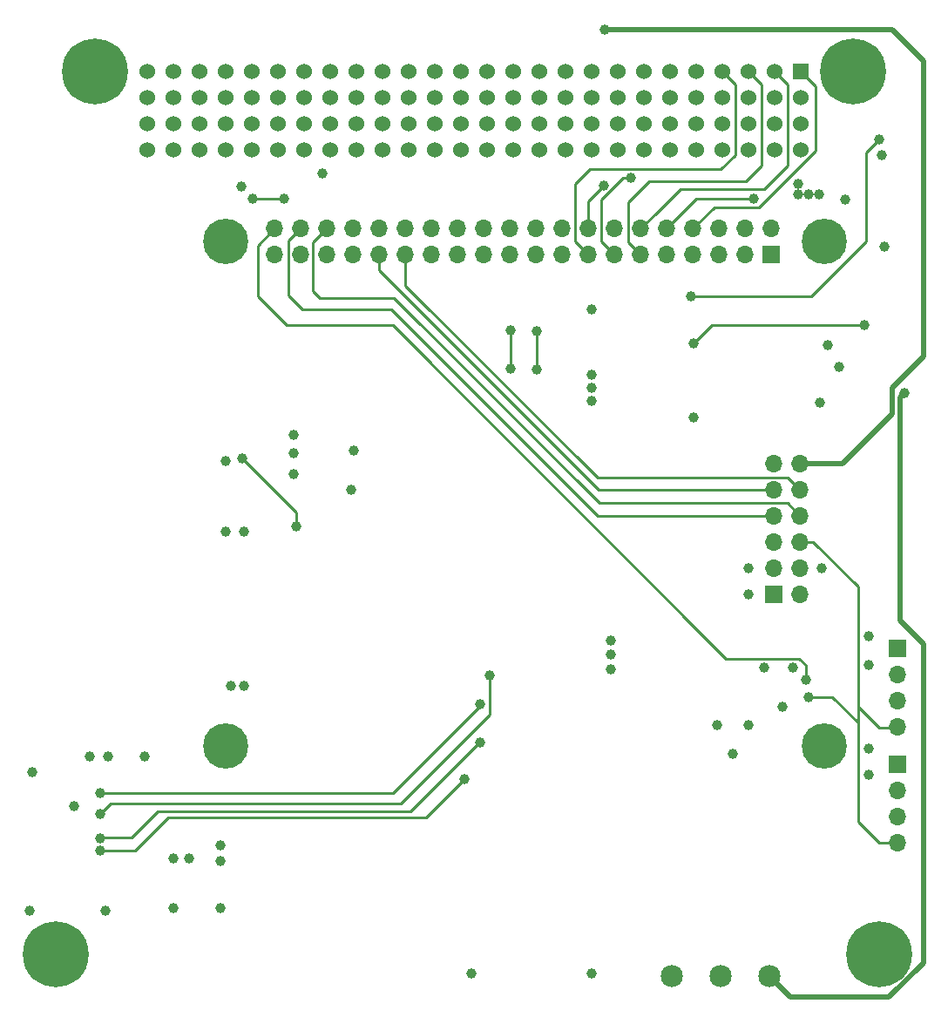
<source format=gbl>
G04 #@! TF.GenerationSoftware,KiCad,Pcbnew,(6.0.7)*
G04 #@! TF.CreationDate,2022-12-20T16:10:49-05:00*
G04 #@! TF.ProjectId,obc-db,6f62632d-6462-42e6-9b69-6361645f7063,rev?*
G04 #@! TF.SameCoordinates,Original*
G04 #@! TF.FileFunction,Copper,L4,Bot*
G04 #@! TF.FilePolarity,Positive*
%FSLAX46Y46*%
G04 Gerber Fmt 4.6, Leading zero omitted, Abs format (unit mm)*
G04 Created by KiCad (PCBNEW (6.0.7)) date 2022-12-20 16:10:49*
%MOMM*%
%LPD*%
G01*
G04 APERTURE LIST*
G04 #@! TA.AperFunction,ConnectorPad*
%ADD10C,6.400000*%
G04 #@! TD*
G04 #@! TA.AperFunction,ComponentPad*
%ADD11C,3.600000*%
G04 #@! TD*
G04 #@! TA.AperFunction,ComponentPad*
%ADD12C,2.600000*%
G04 #@! TD*
G04 #@! TA.AperFunction,ConnectorPad*
%ADD13C,4.400000*%
G04 #@! TD*
G04 #@! TA.AperFunction,ComponentPad*
%ADD14R,1.700000X1.700000*%
G04 #@! TD*
G04 #@! TA.AperFunction,ComponentPad*
%ADD15O,1.700000X1.700000*%
G04 #@! TD*
G04 #@! TA.AperFunction,ComponentPad*
%ADD16C,2.159000*%
G04 #@! TD*
G04 #@! TA.AperFunction,ComponentPad*
%ADD17R,1.524000X1.524000*%
G04 #@! TD*
G04 #@! TA.AperFunction,ComponentPad*
%ADD18C,1.524000*%
G04 #@! TD*
G04 #@! TA.AperFunction,ViaPad*
%ADD19C,1.000000*%
G04 #@! TD*
G04 #@! TA.AperFunction,Conductor*
%ADD20C,0.254000*%
G04 #@! TD*
G04 #@! TA.AperFunction,Conductor*
%ADD21C,0.508000*%
G04 #@! TD*
G04 APERTURE END LIST*
D10*
X191770000Y-52070000D03*
D11*
X191770000Y-52070000D03*
X118110000Y-52070000D03*
D10*
X118110000Y-52070000D03*
D12*
X188976000Y-117602000D03*
D13*
X188976000Y-117602000D03*
D14*
X196088000Y-108077000D03*
D15*
X196088000Y-110617000D03*
X196088000Y-113157000D03*
X196088000Y-115697000D03*
D16*
X183642000Y-139954000D03*
X178891999Y-139954000D03*
X174141999Y-139954000D03*
D10*
X114300000Y-137795000D03*
D11*
X114300000Y-137795000D03*
D14*
X183866000Y-69870000D03*
D15*
X183866000Y-67330000D03*
X181326000Y-69870000D03*
X181326000Y-67330000D03*
X178786000Y-69870000D03*
X178786000Y-67330000D03*
X176246000Y-69870000D03*
X176246000Y-67330000D03*
X173706000Y-69870000D03*
X173706000Y-67330000D03*
X171166000Y-69870000D03*
X171166000Y-67330000D03*
X168626000Y-69870000D03*
X168626000Y-67330000D03*
X166086000Y-69870000D03*
X166086000Y-67330000D03*
X163546000Y-69870000D03*
X163546000Y-67330000D03*
X161006000Y-69870000D03*
X161006000Y-67330000D03*
X158466000Y-69870000D03*
X158466000Y-67330000D03*
X155926000Y-69870000D03*
X155926000Y-67330000D03*
X153386000Y-69870000D03*
X153386000Y-67330000D03*
X150846000Y-69870000D03*
X150846000Y-67330000D03*
X148306000Y-69870000D03*
X148306000Y-67330000D03*
X145766000Y-69870000D03*
X145766000Y-67330000D03*
X143226000Y-69870000D03*
X143226000Y-67330000D03*
X140686000Y-69870000D03*
X140686000Y-67330000D03*
X138146000Y-69870000D03*
X138146000Y-67330000D03*
X135606000Y-69870000D03*
X135606000Y-67330000D03*
D14*
X184113000Y-102845000D03*
D15*
X186653000Y-102845000D03*
X184113000Y-100305000D03*
X186653000Y-100305000D03*
X184113000Y-97765000D03*
X186653000Y-97765000D03*
X184113000Y-95225000D03*
X186653000Y-95225000D03*
X184113000Y-92685000D03*
X186653000Y-92685000D03*
X184113000Y-90145000D03*
X186653000Y-90145000D03*
D12*
X130810000Y-68580000D03*
D13*
X130810000Y-68580000D03*
D12*
X130810000Y-117602000D03*
D13*
X130810000Y-117602000D03*
D17*
X186690000Y-52070000D03*
D18*
X186690000Y-54610000D03*
X184150000Y-52070000D03*
X184150000Y-54610000D03*
X181610000Y-52070000D03*
X181610000Y-54610000D03*
X179070000Y-52070000D03*
X179070000Y-54610000D03*
X176530000Y-52070000D03*
X176530000Y-54610000D03*
X173990000Y-52070000D03*
X173990000Y-54610000D03*
X171450000Y-52070000D03*
X171450000Y-54610000D03*
X168910000Y-52070000D03*
X168910000Y-54610000D03*
X166370000Y-52070000D03*
X166370000Y-54610000D03*
X163830000Y-52070000D03*
X163830000Y-54610000D03*
X161290000Y-52070000D03*
X161290000Y-54610000D03*
X158750000Y-52070000D03*
X158750000Y-54610000D03*
X156210000Y-52070000D03*
X156210000Y-54610000D03*
X153670000Y-52070000D03*
X153670000Y-54610000D03*
X151130000Y-52070000D03*
X151130000Y-54610000D03*
X148590000Y-52070000D03*
X148590000Y-54610000D03*
X146050000Y-52070000D03*
X146050000Y-54610000D03*
X143510000Y-52070000D03*
X143510000Y-54610000D03*
X140970000Y-52070000D03*
X140970000Y-54610000D03*
X138430000Y-52070000D03*
X138430000Y-54610000D03*
X135890000Y-52070000D03*
X135890000Y-54610000D03*
X133350000Y-52070000D03*
X133350000Y-54610000D03*
X130810000Y-52070000D03*
X130810000Y-54610000D03*
X128270000Y-52070000D03*
X128270000Y-54610000D03*
X125730000Y-52070000D03*
X125730000Y-54610000D03*
X123190000Y-52070000D03*
X123190000Y-54610000D03*
X186690000Y-57150000D03*
X186690000Y-59690000D03*
X184150000Y-57150000D03*
X184150000Y-59690000D03*
X181610000Y-57150000D03*
X181610000Y-59690000D03*
X179070000Y-57150000D03*
X179070000Y-59690000D03*
X176530000Y-57150000D03*
X176530000Y-59690000D03*
X173990000Y-57150000D03*
X173990000Y-59690000D03*
X171450000Y-57150000D03*
X171450000Y-59690000D03*
X168910000Y-57150000D03*
X168910000Y-59690000D03*
X166370000Y-57150000D03*
X166370000Y-59690000D03*
X163830000Y-57150000D03*
X163830000Y-59690000D03*
X161290000Y-57150000D03*
X161290000Y-59690000D03*
X158750000Y-57150000D03*
X158750000Y-59690000D03*
X156210000Y-57150000D03*
X156210000Y-59690000D03*
X153670000Y-57150000D03*
X153670000Y-59690000D03*
X151130000Y-57150000D03*
X151130000Y-59690000D03*
X148590000Y-57150000D03*
X148590000Y-59690000D03*
X146050000Y-57150000D03*
X146050000Y-59690000D03*
X143510000Y-57150000D03*
X143510000Y-59690000D03*
X140970000Y-57150000D03*
X140970000Y-59690000D03*
X138430000Y-57150000D03*
X138430000Y-59690000D03*
X135890000Y-57150000D03*
X135890000Y-59690000D03*
X133350000Y-57150000D03*
X133350000Y-59690000D03*
X130810000Y-57150000D03*
X130810000Y-59690000D03*
X128270000Y-57150000D03*
X128270000Y-59690000D03*
X125730000Y-57150000D03*
X125730000Y-59690000D03*
X123190000Y-57150000D03*
X123190000Y-59690000D03*
D12*
X188976000Y-68580000D03*
D13*
X188976000Y-68580000D03*
D11*
X194310000Y-137795000D03*
D10*
X194310000Y-137795000D03*
D14*
X196088000Y-119380000D03*
D15*
X196088000Y-121920000D03*
X196088000Y-124460000D03*
X196088000Y-127000000D03*
D19*
X182118000Y-64451500D03*
X167563576Y-63169576D03*
X170180000Y-62420000D03*
X167640000Y-48006000D03*
X133477000Y-64451500D03*
X132461000Y-89662000D03*
X187452000Y-112836150D03*
X136525000Y-64451500D03*
X137732500Y-96273362D03*
X193294000Y-109728000D03*
X116078000Y-123444000D03*
X193294000Y-120396000D03*
X143256000Y-88900000D03*
X168275000Y-107315000D03*
X130810000Y-89916000D03*
X119126000Y-133604000D03*
X130302000Y-133350000D03*
X189357000Y-78613000D03*
X112014000Y-120142000D03*
X188722000Y-100330000D03*
X185928000Y-109982000D03*
X125730000Y-128524000D03*
X194818000Y-69088000D03*
X188595000Y-84201000D03*
X117602000Y-118618000D03*
X183134000Y-109982000D03*
X130810000Y-96774000D03*
X132588000Y-96774000D03*
X111760000Y-133604000D03*
X168275000Y-110109000D03*
X191008000Y-64516000D03*
X194564000Y-60198000D03*
X125730000Y-133350000D03*
X181610000Y-100330000D03*
X168275000Y-108712000D03*
X119380000Y-118618000D03*
X180086000Y-118364000D03*
X127254000Y-128524000D03*
X166370000Y-139700000D03*
X137414000Y-91186000D03*
X176276000Y-85661000D03*
X166370000Y-75184000D03*
X181610000Y-115570000D03*
X190474500Y-80772000D03*
X122936000Y-118618000D03*
X166370000Y-81534000D03*
X184912000Y-113792000D03*
X186436000Y-62992000D03*
X193294000Y-106934000D03*
X186436000Y-64008000D03*
X130302000Y-127254000D03*
X137414000Y-87376000D03*
X130302000Y-128778000D03*
X178562000Y-115570000D03*
X131318000Y-111760000D03*
X140208000Y-61976000D03*
X143002000Y-92710000D03*
X181610000Y-102870000D03*
X137414000Y-89154000D03*
X132588000Y-111760000D03*
X132334000Y-63246000D03*
X166370000Y-82804000D03*
X188468000Y-64008000D03*
X154686000Y-139700000D03*
X166370000Y-84074000D03*
X193294000Y-117856000D03*
X187452000Y-64008000D03*
X196810773Y-83272773D03*
X161036000Y-77280500D03*
X161036000Y-81026500D03*
X155575000Y-117221000D03*
X118618000Y-126562497D03*
X158496000Y-80899000D03*
X155575000Y-113538000D03*
X118618000Y-122174000D03*
X158496000Y-77216000D03*
X156464000Y-110744000D03*
X118618000Y-124206000D03*
X118618000Y-127762000D03*
X154051000Y-120777000D03*
X187198000Y-111183150D03*
X176276000Y-78486000D03*
X192913000Y-76708000D03*
X194310000Y-58674000D03*
X176022000Y-73914000D03*
D20*
X188112517Y-53492517D02*
X186690000Y-52070000D01*
X187125000Y-60779000D02*
X187141079Y-60779000D01*
X176246000Y-67330000D02*
X178298000Y-65278000D01*
X188112517Y-59807562D02*
X188112517Y-53492517D01*
X178298000Y-65278000D02*
X182626000Y-65278000D01*
X182626000Y-65278000D02*
X187125000Y-60779000D01*
X187141079Y-60779000D02*
X188112517Y-59807562D01*
X182118000Y-64451500D02*
X176584500Y-64451500D01*
X176584500Y-64451500D02*
X173706000Y-67330000D01*
X172720000Y-65786000D02*
X175006000Y-63500000D01*
X185420000Y-61214000D02*
X185420000Y-53340000D01*
X175006000Y-63500000D02*
X183134000Y-63500000D01*
X183134000Y-63500000D02*
X185420000Y-61214000D01*
X172710000Y-65786000D02*
X172720000Y-65786000D01*
X185420000Y-53340000D02*
X184150000Y-52070000D01*
X171166000Y-67330000D02*
X172710000Y-65786000D01*
X167563576Y-63169576D02*
X166086000Y-64647152D01*
X166086000Y-64647152D02*
X166086000Y-67330000D01*
X169926000Y-68630000D02*
X171166000Y-69870000D01*
X171958000Y-62738000D02*
X169926000Y-64770000D01*
X181356000Y-62738000D02*
X171958000Y-62738000D01*
X181610000Y-52070000D02*
X182880000Y-53340000D01*
X182880000Y-53340000D02*
X182880000Y-61214000D01*
X169926000Y-64770000D02*
X169926000Y-68630000D01*
X182880000Y-61214000D02*
X181356000Y-62738000D01*
X169482000Y-62420000D02*
X167354550Y-64547450D01*
X170180000Y-62420000D02*
X169482000Y-62420000D01*
X168626000Y-69870000D02*
X167354550Y-68598550D01*
X167354550Y-68598550D02*
X167354550Y-64547450D01*
X179070000Y-52070000D02*
X180340000Y-53340000D01*
X180340000Y-60198000D02*
X178945000Y-61593000D01*
X164814550Y-68598550D02*
X166086000Y-69870000D01*
X180340000Y-53340000D02*
X180340000Y-60198000D01*
X166245000Y-61593000D02*
X164814550Y-63023450D01*
X164814550Y-63023450D02*
X164814550Y-68598550D01*
X178945000Y-61593000D02*
X166245000Y-61593000D01*
D21*
X195580000Y-48006000D02*
X198628000Y-51054000D01*
X195580000Y-82804000D02*
X195580000Y-85344000D01*
X198628000Y-51054000D02*
X198628000Y-79756000D01*
X167640000Y-48006000D02*
X195580000Y-48006000D01*
X198628000Y-79756000D02*
X195580000Y-82804000D01*
X190779000Y-90145000D02*
X186653000Y-90145000D01*
X195580000Y-85344000D02*
X190779000Y-90145000D01*
D20*
X192278000Y-113792000D02*
X192278000Y-115316000D01*
X194310000Y-115824000D02*
X196088000Y-115824000D01*
X192278000Y-124968000D02*
X194310000Y-127000000D01*
X187452000Y-112836150D02*
X189798150Y-112836150D01*
X186653000Y-97765000D02*
X187935000Y-97765000D01*
X192278000Y-115316000D02*
X192278000Y-124968000D01*
X136525000Y-64451500D02*
X133477000Y-64451500D01*
X187935000Y-97765000D02*
X192278000Y-102108000D01*
X137732500Y-94933500D02*
X137732500Y-96273362D01*
X192278000Y-113792000D02*
X194310000Y-115824000D01*
X189798150Y-112836150D02*
X192278000Y-115316000D01*
X192278000Y-102108000D02*
X192278000Y-113792000D01*
X194310000Y-127000000D02*
X196088000Y-127000000D01*
X132461000Y-89662000D02*
X137732500Y-94933500D01*
D21*
X195286537Y-141986000D02*
X185674000Y-141986000D01*
X198628000Y-107696000D02*
X198628000Y-138644537D01*
X196342000Y-83741546D02*
X196342000Y-105410000D01*
X196810773Y-83272773D02*
X196342000Y-83741546D01*
X198628000Y-138644537D02*
X195286537Y-141986000D01*
X185674000Y-141986000D02*
X183642000Y-139954000D01*
X196342000Y-105410000D02*
X198628000Y-107696000D01*
D20*
X124206000Y-123952000D02*
X121666000Y-126492000D01*
X155575000Y-117221000D02*
X155510500Y-117221000D01*
X148779500Y-123952000D02*
X124206000Y-123952000D01*
X118688497Y-126492000D02*
X118618000Y-126562497D01*
X121666000Y-126492000D02*
X118688497Y-126492000D01*
X155510500Y-117221000D02*
X148779500Y-123952000D01*
X161036000Y-77280500D02*
X161036000Y-81026500D01*
X147066000Y-122174000D02*
X118618000Y-122174000D01*
X158496000Y-77216000D02*
X158496000Y-80899000D01*
X155575000Y-113665000D02*
X147066000Y-122174000D01*
X155575000Y-113538000D02*
X155575000Y-113665000D01*
X119634000Y-123190000D02*
X118618000Y-124206000D01*
X156464000Y-110744000D02*
X156464000Y-114554000D01*
X147828000Y-123190000D02*
X119634000Y-123190000D01*
X156464000Y-114554000D02*
X147828000Y-123190000D01*
X118618000Y-127762000D02*
X122047000Y-127762000D01*
X150302052Y-124525948D02*
X125283052Y-124525948D01*
X122047000Y-127762000D02*
X125283052Y-124525948D01*
X154051000Y-120777000D02*
X150302052Y-124525948D01*
X186653000Y-92685000D02*
X185476000Y-91508000D01*
X148306000Y-72868000D02*
X148306000Y-69870000D01*
X185476000Y-91508000D02*
X166946000Y-91508000D01*
X166946000Y-91508000D02*
X148306000Y-72868000D01*
X184113000Y-92685000D02*
X167107000Y-92685000D01*
X145766000Y-71344000D02*
X145766000Y-69870000D01*
X167107000Y-92685000D02*
X145766000Y-71344000D01*
X139323000Y-73402000D02*
X139319000Y-73406000D01*
X140686000Y-67330000D02*
X139323000Y-68693000D01*
X139954000Y-74041000D02*
X147193000Y-74041000D01*
X147193000Y-74041000D02*
X167132000Y-93980000D01*
X139319000Y-73406000D02*
X139954000Y-74041000D01*
X185408000Y-93980000D02*
X186653000Y-95225000D01*
X167132000Y-93980000D02*
X185408000Y-93980000D01*
X139323000Y-68693000D02*
X139323000Y-73402000D01*
X136969000Y-68507000D02*
X136969000Y-73850000D01*
X138146000Y-67330000D02*
X136969000Y-68507000D01*
X136969000Y-73850000D02*
X138303000Y-75184000D01*
X146939000Y-75184000D02*
X166980000Y-95225000D01*
X166980000Y-95225000D02*
X184113000Y-95225000D01*
X138303000Y-75184000D02*
X146939000Y-75184000D01*
X186563000Y-109093000D02*
X187198000Y-109728000D01*
X133965900Y-73894900D02*
X136779000Y-76708000D01*
X135606000Y-67330000D02*
X133965900Y-68970100D01*
X136779000Y-76708000D02*
X147066000Y-76708000D01*
X133965900Y-68970100D02*
X133965900Y-73894900D01*
X179451000Y-109093000D02*
X186563000Y-109093000D01*
X147066000Y-76708000D02*
X179451000Y-109093000D01*
X187198000Y-109728000D02*
X187198000Y-111183150D01*
X192913000Y-76708000D02*
X178054000Y-76708000D01*
X176276000Y-78486000D02*
X178054000Y-76708000D01*
X194310000Y-58674000D02*
X193040000Y-59944000D01*
X176022000Y-73914000D02*
X183896000Y-73914000D01*
X193040000Y-59944000D02*
X193040000Y-68580000D01*
X193040000Y-68580000D02*
X187706000Y-73914000D01*
X187706000Y-73914000D02*
X183896000Y-73914000D01*
M02*

</source>
